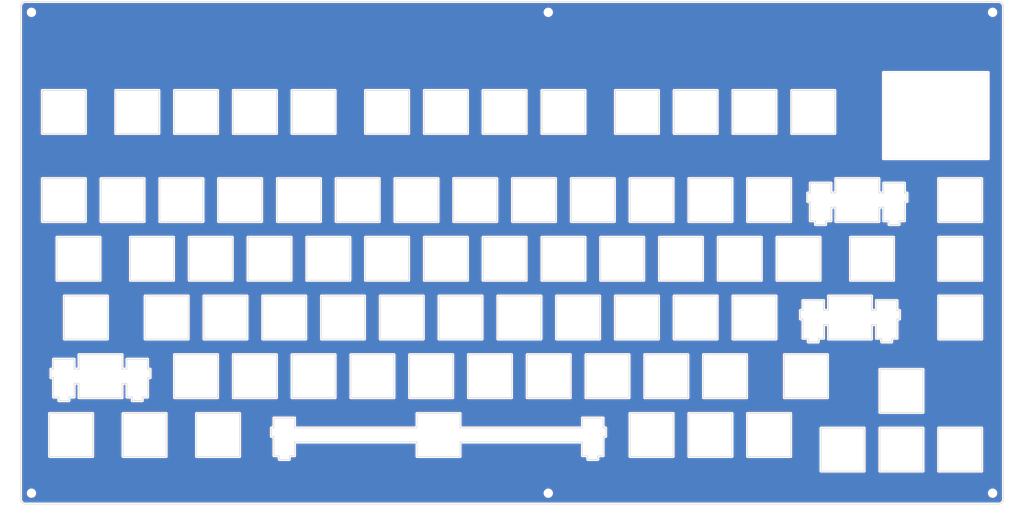
<source format=kicad_pcb>
(kicad_pcb (version 20241229) (generator "pcbnew") (generator_version "9.0")
  (layers (0 "F.Cu" signal) (2 "B.Cu" signal) (13 "F.Paste" user) (15 "B.Paste" user) (5 "F.SilkS" user "F.Silkscreen") (7 "B.SilkS" user "B.Silkscreen") (1 "F.Mask" user) (3 "B.Mask" user) (25 "Edge.Cuts" user))
  (net 0 "")
  (footprint "MountingHole:MountingHole_2.7mm_M2.5" (layer "F.Cu") (at 779.3 179.2)
    (property "Reference" "REF**" (hide yes))
    (property "Value" "MountingHole_2.7mm_M2.5")
    (pad "" np_thru_hole circle (at 0 0) (size 2.7 2.7) (drill 2.7) (layers "*.Cu" "*.Mask"))
  )
  (footprint "MountingHole:MountingHole_2.7mm_M2.5" (layer "F.Cu") (at 467.8 335.2)
    (property "Reference" "REF**" (hide yes))
    (property "Value" "MountingHole_2.7mm_M2.5")
    (pad "" np_thru_hole circle (at 0 0) (size 2.7 2.7) (drill 2.7) (layers "*.Cu" "*.Mask"))
  )
  (footprint "MountingHole:MountingHole_2.7mm_M2.5" (layer "F.Cu") (at 779.3 335.2)
    (property "Reference" "REF**" (hide yes))
    (property "Value" "MountingHole_2.7mm_M2.5")
    (pad "" np_thru_hole circle (at 0 0) (size 2.7 2.7) (drill 2.7) (layers "*.Cu" "*.Mask"))
  )
  (footprint "MountingHole:MountingHole_2.7mm_M2.5" (layer "F.Cu") (at 635.3 335.2)
    (property "Reference" "REF**" (hide yes))
    (property "Value" "MountingHole_2.7mm_M2.5")
    (pad "" np_thru_hole circle (at 0 0) (size 2.7 2.7) (drill 2.7) (layers "*.Cu" "*.Mask"))
  )
  (footprint "MountingHole:MountingHole_2.7mm_M2.5" (layer "F.Cu") (at 635.3 179.2)
    (property "Reference" "REF**" (hide yes))
    (property "Value" "MountingHole_2.7mm_M2.5")
    (pad "" np_thru_hole circle (at 0 0) (size 2.7 2.7) (drill 2.7) (layers "*.Cu" "*.Mask"))
  )
  (footprint "MountingHole:MountingHole_2.7mm_M2.5" (layer "F.Cu") (at 467.8 179.2)
    (property "Reference" "REF**" (hide yes))
    (property "Value" "MountingHole_2.7mm_M2.5")
    (pad "" np_thru_hole circle (at 0 0) (size 2.7 2.7) (drill 2.7) (layers "*.Cu" "*.Mask"))
  )
  (gr_line (start 775.80015 247.1003) (end 761.80015 247.1003) (stroke (width 0.2)) (layer "Edge.Cuts"))
  (gr_line (start 533.20035 218.525) (end 533.20035 204.526) (stroke (width 0.2)) (layer "Edge.Cuts"))
  (gr_line (start 671.31315 252.1511) (end 685.31215 252.1511) (stroke (width 0.2)) (layer "Edge.Cuts"))
  (gr_line (start 497.48015 323.30048) (end 497.48015 309.301) (stroke (width 0.2)) (layer "Edge.Cuts"))
  (gr_line (start 745.71315 248.0705) (end 749.01215 248.0705) (stroke (width 0.2)) (layer "Edge.Cuts"))
  (gr_line (start 479.94325 304.0203) (end 481.66855 304.0203) (stroke (width 0.2)) (layer "Edge.Cuts"))
  (gr_line (start 775.80015 314.0635) (end 775.80015 328.06297) (stroke (width 0.2)) (layer "Edge.Cuts"))
  (gr_line (start 749.01215 246.8703) (end 750.73715 246.8703) (stroke (width 0.2)) (layer "Edge.Cuts"))
  (gr_line (start 547.48785 247.1003) (end 547.48785 233.1011) (stroke (width 0.2)) (layer "Edge.Cuts"))
  (gr_line (start 561.48715 247.1003) (end 547.48785 247.1003) (stroke (width 0.2)) (layer "Edge.Cuts"))
  (gr_line (start 623.68815 233.1011) (end 637.68715 233.1011) (stroke (width 0.2)) (layer "Edge.Cuts"))
  (gr_line (start 471.2878 233.1011) (end 485.28735 233.1011) (stroke (width 0.2)) (layer "Edge.Cuts"))
  (gr_arc (start 464.3 177.2) (mid 464.73934 176.13934) (end 465.8 175.7) (stroke (width 0.2)) (layer "Edge.Cuts"))
  (gr_line (start 471.2878 204.526) (end 485.28735 204.526) (stroke (width 0.2)) (layer "Edge.Cuts"))
  (gr_line (start 699.88815 247.1003) (end 699.88815 233.1011) (stroke (width 0.2)) (layer "Edge.Cuts"))
  (gr_line (start 498.71905 291.7214) (end 498.71905 294.9515) (stroke (width 0.2)) (layer "Edge.Cuts"))
  (gr_line (start 523.38715 233.1011) (end 523.38715 247.1003) (stroke (width 0.2)) (layer "Edge.Cuts"))
  (gr_line (start 646.35515 314.0015) (end 606.73115 314.0015) (stroke (width 0.2)) (layer "Edge.Cuts"))
  (gr_line (start 728.17515 204.526) (end 728.17515 218.525) (stroke (width 0.2)) (layer "Edge.Cuts"))
  (gr_line (start 751.56315 237.8015) (end 750.73715 237.8015) (stroke (width 0.2)) (layer "Edge.Cuts"))
  (gr_line (start 742.46215 247.1003) (end 742.46215 242.4013) (stroke (width 0.2)) (layer "Edge.Cuts"))
  (gr_line (start 609.11215 204.526) (end 609.11215 218.525) (stroke (width 0.2)) (layer "Edge.Cuts"))
  (gr_line (start 685.31215 252.1511) (end 685.31215 266.1503) (stroke (width 0.2)) (layer "Edge.Cuts"))
  (gr_line (start 680.83815 247.1003) (end 680.83815 233.1011) (stroke (width 0.2)) (layer "Edge.Cuts"))
  (gr_line (start 717.80515 275.9015) (end 716.98115 275.9015) (stroke (width 0.2)) (layer "Edge.Cuts"))
  (gr_line (start 695.12515 285.2003) (end 695.12515 271.2011) (stroke (width 0.2)) (layer "Edge.Cuts"))
  (gr_line (start 571.01215 266.1503) (end 557.01285 266.1503) (stroke (width 0.2)) (layer "Edge.Cuts"))
  (gr_line (start 604.63815 247.1003) (end 604.63815 233.1011) (stroke (width 0.2)) (layer "Edge.Cuts"))
  (gr_line (start 657.02515 218.525) (end 657.02515 204.526) (stroke (width 0.2)) (layer "Edge.Cuts"))
  (gr_line (start 694.83715 323.30048) (end 680.83815 323.30048) (stroke (width 0.2)) (layer "Edge.Cuts"))
  (gr_line (start 721.91115 248.0705) (end 725.21215 248.0705) (stroke (width 0.2)) (layer "Edge.Cuts"))
  (gr_line (start 595.11315 204.526) (end 609.11215 204.526) (stroke (width 0.2)) (layer "Edge.Cuts"))
  (gr_line (start 761.80015 285.2003) (end 761.80015 271.2011) (stroke (width 0.2)) (layer "Edge.Cuts"))
  (gr_line (start 777.9 226.7) (end 777.9 198.7) (stroke (width 0.05)) (layer "Edge.Cuts"))
  (gr_line (start 699.60015 290.2511) (end 699.60015 304.2505) (stroke (width 0.2)) (layer "Edge.Cuts"))
  (gr_line (start 726.08015 285.2003) (end 740.08115 285.2003) (stroke (width 0.2)) (layer "Edge.Cuts"))
  (gr_line (start 485.28735 218.525) (end 471.2878 218.525) (stroke (width 0.2)) (layer "Edge.Cuts"))
  (gr_line (start 471.2878 247.1003) (end 471.2878 233.1011) (stroke (width 0.2)) (layer "Edge.Cuts"))
  (gr_line (start 542.43715 247.1003) (end 528.43785 247.1003) (stroke (width 0.2)) (layer "Edge.Cuts"))
  (gr_line (start 528.43785 247.1003) (end 528.43785 233.1011) (stroke (width 0.2)) (layer "Edge.Cuts"))
  (gr_line (start 514.15035 204.526) (end 528.14965 204.526) (stroke (width 0.2)) (layer "Edge.Cuts"))
  (gr_line (start 503.74335 304.0203) (end 505.46855 304.0203) (stroke (width 0.2)) (layer "Edge.Cuts"))
  (gr_line (start 661.50015 304.2505) (end 647.50015 304.2505) (stroke (width 0.2)) (layer "Edge.Cuts"))
  (gr_line (start 514.15035 290.2511) (end 528.14965 290.2511) (stroke (width 0.2)) (layer "Edge.Cuts"))
  (gr_line (start 720.18815 240.6004) (end 720.18815 246.8703) (stroke (width 0.2)) (layer "Edge.Cuts"))
  (gr_line (start 666.26215 266.1503) (end 652.26315 266.1503) (stroke (width 0.2)) (layer "Edge.Cuts"))
  (gr_line (start 497.19355 290.2511) (end 483.19405 290.2511) (stroke (width 0.2)) (layer "Edge.Cuts"))
  (gr_line (start 725.21215 248.0705) (end 725.21215 246.8703) (stroke (width 0.2)) (layer "Edge.Cuts"))
  (gr_line (start 716.98115 275.9015) (end 716.98115 278.7004) (stroke (width 0.2)) (layer "Edge.Cuts"))
  (gr_line (start 471.2878 218.525) (end 471.2878 204.526) (stroke (width 0.2)) (layer "Edge.Cuts"))
  (gr_line (start 606.73115 318.6014) (end 646.35515 318.6014) (stroke (width 0.2)) (layer "Edge.Cuts"))
  (gr_line (start 717.80515 272.6714) (end 717.80515 275.9015) (stroke (width 0.2)) (layer "Edge.Cuts"))
  (gr_line (start 599.87515 271.2011) (end 613.87515 271.2011) (stroke (width 0.2)) (layer "Edge.Cuts"))
  (gr_line (start 521.29415 309.301) (end 535.29345 309.301) (stroke (width 0.2)) (layer "Edge.Cuts"))
  (gr_line (start 497.19355 299.5514) (end 498.71905 299.5514) (stroke (width 0.2)) (layer "Edge.Cuts"))
  (gr_line (start 523.67535 285.2003) (end 523.67535 271.2011) (stroke (width 0.2)) (layer "Edge.Cuts"))
  (gr_line (start 633.21315 252.1511) (end 647.21215 252.1511) (stroke (width 0.2)) (layer "Edge.Cuts"))
  (gr_line (start 685.60015 304.2505) (end 685.60015 290.2511) (stroke (width 0.2)) (layer "Edge.Cuts"))
  (gr_line (start 726.93715 246.8703) (end 726.93715 242.4013) (stroke (width 0.2)) (layer "Edge.Cuts"))
  (gr_line (start 653.10615 314.0015) (end 653.10615 310.7713) (stroke (width 0.2)) (layer "Edge.Cuts"))
  (gr_line (start 733.22515 252.1511) (end 747.22515 252.1511) (stroke (width 0.2)) (layer "Edge.Cuts"))
  (gr_line (start 613.87515 285.2003) (end 599.87515 285.2003) (stroke (width 0.2)) (layer "Edge.Cuts"))
  (gr_line (start 551.96215 266.1503) (end 537.96285 266.1503) (stroke (width 0.2)) (layer "Edge.Cuts"))
  (gr_line (start 566.24965 290.2511) (end 566.24965 304.2505) (stroke (width 0.2)) (layer "Edge.Cuts"))
  (gr_arc (start 465.8 338.7) (mid 464.73934 338.26066) (end 464.3 337.2) (stroke (width 0.2)) (layer "Edge.Cuts"))
  (gr_line (start 533.20035 204.526) (end 547.19965 204.526) (stroke (width 0.2)) (layer "Edge.Cuts"))
  (gr_line (start 498.71905 294.9515) (end 497.19355 294.9515) (stroke (width 0.2)) (layer "Edge.Cuts"))
  (gr_line (start 690.07515 271.2011) (end 690.07515 285.2003) (stroke (width 0.2)) (layer "Edge.Cuts"))
  (gr_line (start 737.70015 314.0635) (end 737.70015 328.06297) (stroke (width 0.2)) (layer "Edge.Cuts"))
  (gr_line (start 637.68715 233.1011) (end 637.68715 247.1003) (stroke (width 0.2)) (layer "Edge.Cuts"))
  (gr_line (start 566.53645 233.1011) (end 580.53715 233.1011) (stroke (width 0.2)) (layer "Edge.Cuts"))
  (gr_line (start 652.26315 252.1511) (end 666.26215 252.1511) (stroke (width 0.2)) (layer "Edge.Cuts"))
  (gr_line (start 671.02515 218.525) (end 657.02515 218.525) (stroke (width 0.2)) (layer "Edge.Cuts"))
  (gr_line (start 561.48715 233.1011) (end 561.48715 247.1003) (stroke (width 0.2)) (layer "Edge.Cuts"))
  (gr_line (start 651.38115 323.07033) (end 653.10615 323.07033) (stroke (width 0.2)) (layer "Edge.Cuts"))
  (gr_line (start 699.60015 304.2505) (end 685.60015 304.2505) (stroke (width 0.2)) (layer "Edge.Cuts"))
  (gr_line (start 592.73015 323.30048) (end 606.73115 323.30048) (stroke (width 0.2)) (layer "Edge.Cuts"))
  (gr_line (start 537.96285 266.1503) (end 537.96285 252.1511) (stroke (width 0.2)) (layer "Edge.Cuts"))
  (gr_line (start 618.63715 233.1011) (end 618.63715 247.1003) (stroke (width 0.2)) (layer "Edge.Cuts"))
  (gr_line (start 495.10035 204.526) (end 509.09965 204.526) (stroke (width 0.2)) (layer "Edge.Cuts"))
  (gr_line (start 719.36215 237.8015) (end 719.36215 240.6004) (stroke (width 0.2)) (layer "Edge.Cuts"))
  (gr_line (start 609.11215 266.1503) (end 595.11315 266.1503) (stroke (width 0.2)) (layer "Edge.Cuts"))
  (gr_line (start 606.73115 314.0015) (end 606.73115 309.301) (stroke (width 0.2)) (layer "Edge.Cuts"))
  (gr_line (start 695.12515 204.526) (end 709.12515 204.526) (stroke (width 0.2)) (layer "Edge.Cuts"))
  (gr_line (start 495.10035 218.525) (end 495.10035 204.526) (stroke (width 0.2)) (layer "Edge.Cuts"))
  (gr_line (start 518.62465 285.2003) (end 504.62535 285.2003) (stroke (width 0.2)) (layer "Edge.Cuts"))
  (gr_line (start 576.06315 252.1511) (end 590.06215 252.1511) (stroke (width 0.2)) (layer "Edge.Cuts"))
  (gr_line (start 509.09965 218.525) (end 495.10035 218.525) (stroke (width 0.2)) (layer "Edge.Cuts"))
  (gr_line (start 609.40015 304.2505) (end 609.40015 290.2511) (stroke (width 0.2)) (layer "Edge.Cuts"))
  (gr_line (start 483.19405 299.5514) (end 483.19405 304.2505) (stroke (width 0.2)) (layer "Edge.Cuts"))
  (gr_line (start 704.36215 266.1503) (end 690.36315 266.1503) (stroke (width 0.2)) (layer "Edge.Cuts"))
  (gr_line (start 551.38075 324.27062) (end 551.38075 323.07033) (stroke (width 0.2)) (layer "Edge.Cuts"))
  (gr_line (start 633.21315 204.526) (end 647.21215 204.526) (stroke (width 0.2)) (layer "Edge.Cuts"))
  (gr_line (start 613.87515 271.2011) (end 613.87515 285.2003) (stroke (width 0.2)) (layer "Edge.Cuts"))
  (gr_line (start 553.10625 318.6014) (end 592.73015 318.6014) (stroke (width 0.2)) (layer "Edge.Cuts"))
  (gr_line (start 481.66855 294.9515) (end 481.66855 291.7214) (stroke (width 0.2)) (layer "Edge.Cuts"))
  (gr_line (start 546.35515 316.8003) (end 546.35515 323.07033) (stroke (width 0.2)) (layer "Edge.Cuts"))
  (gr_line (start 719.53015 286.1705) (end 722.82915 286.1705) (stroke (width 0.2)) (layer "Edge.Cuts"))
  (gr_line (start 657.02515 204.526) (end 671.02515 204.526) (stroke (width 0.2)) (layer "Edge.Cuts"))
  (gr_line (start 490.33785 233.1011) (end 504.33715 233.1011) (stroke (width 0.2)) (layer "Edge.Cuts"))
  (gr_line (start 592.73015 318.6014) (end 592.73015 323.30048) (stroke (width 0.2)) (layer "Edge.Cuts"))
  (gr_line (start 590.06215 252.1511) (end 590.06215 266.1503) (stroke (width 0.2)) (layer "Edge.Cuts"))
  (gr_line (start 724.55615 275.9015) (end 724.55615 272.6714) (stroke (width 0.2)) (layer "Edge.Cuts"))
  (gr_line (start 728.46315 237.8015) (end 726.93715 237.8015) (stroke (width 0.2)) (layer "Edge.Cuts"))
  (gr_line (start 474.91895 304.0203) (end 476.64424 304.0203) (stroke (width 0.2)) (layer "Edge.Cuts"))
  (gr_line (start 726.08015 271.2011) (end 726.08015 275.9015) (stroke (width 0.2)) (layer "Edge.Cuts"))
  (gr_line (start 474.09348 297.7503) (end 474.91895 297.7503) (stroke (width 0.2)) (layer "Edge.Cuts"))
  (gr_line (start 523.38715 247.1003) (end 509.38785 247.1003) (stroke (width 0.2)) (layer "Edge.Cuts"))
  (gr_line (start 675.78715 247.1003) (end 661.78815 247.1003) (stroke (width 0.2)) (layer "Edge.Cuts"))
  (gr_line (start 511.48095 309.301) (end 511.48095 323.30048) (stroke (width 0.2)) (layer "Edge.Cuts"))
  (gr_line (start 652.26315 266.1503) (end 652.26315 252.1511) (stroke (width 0.2)) (layer "Edge.Cuts"))
  (gr_line (start 699.88815 323.30048) (end 699.88815 309.301) (stroke (width 0.2)) (layer "Edge.Cuts"))
  (gr_line (start 709.12515 285.2003) (end 695.12515 285.2003) (stroke (width 0.2)) (layer "Edge.Cuts"))
  (gr_line (start 724.55615 280.5013) (end 726.08015 280.5013) (stroke (width 0.2)) (layer "Edge.Cuts"))
  (gr_line (start 606.73115 309.301) (end 592.73015 309.301) (stroke (width 0.2)) (layer "Edge.Cuts"))
  (gr_line (start 571.30015 304.2505) (end 571.30015 290.2511) (stroke (width 0.2)) (layer "Edge.Cuts"))
  (gr_line (start 750.73715 237.8015) (end 750.73715 234.5714) (stroke (width 0.2)) (layer "Edge.Cuts"))
  (gr_line (start 576.06315 218.525) (end 576.06315 204.526) (stroke (width 0.2)) (layer "Edge.Cuts"))
  (gr_line (start 711.79415 304.2505) (end 711.79415 290.2511) (stroke (width 0.2)) (layer "Edge.Cuts"))
  (gr_line (start 709.12515 271.2011) (end 709.12515 285.2003) (stroke (width 0.2)) (layer "Edge.Cuts"))
  (gr_line (start 745.71315 246.8703) (end 745.71315 248.0705) (stroke (width 0.2)) (layer "Edge.Cuts"))
  (gr_line (start 476.64424 305.2206) (end 479.94325 305.2206) (stroke (width 0.2)) (layer "Edge.Cuts"))
  (gr_line (start 723.41215 252.1511) (end 723.41215 266.1503) (stroke (width 0.2)) (layer "Edge.Cuts"))
  (gr_line (start 714.17515 218.525) (end 714.17515 204.526) (stroke (width 0.2)) (layer "Edge.Cuts"))
  (gr_line (start 497.19355 294.9515) (end 497.19355 290.2511) (stroke (width 0.2)) (layer "Edge.Cuts"))
  (gr_line (start 585.58615 247.1003) (end 585.58615 233.1011) (stroke (width 0.2)) (layer "Edge.Cuts"))
  (gr_line (start 748.35615 278.7004) (end 749.18015 278.7004) (stroke (width 0.2)) (layer "Edge.Cuts"))
  (gr_line (start 511.48095 323.30048) (end 497.48015 323.30048) (stroke (width 0.2)) (layer "Edge.Cuts"))
  (gr_line (start 756.75015 309.013) (end 742.75015 309.013) (stroke (width 0.2)) (layer "Edge.Cuts"))
  (gr_line (start 580.53715 233.1011) (end 580.53715 247.1003) (stroke (width 0.2)) (layer "Edge.Cuts"))
  (gr_line (start 566.24965 204.526) (end 566.24965 218.525) (stroke (width 0.2)) (layer "Edge.Cuts"))
  (gr_line (start 533.20035 304.2505) (end 533.20035 290.2511) (stroke (width 0.2)) (layer "Edge.Cuts"))
  (gr_line (start 476.05031 266.1503) (end 476.05031 252.1511) (stroke (width 0.2)) (layer "Edge.Cuts"))
  (gr_line (start 694.83715 309.301) (end 694.83715 323.30048) (stroke (width 0.2)) (layer "Edge.Cuts"))
  (gr_line (start 604.63815 233.1011) (end 618.63715 233.1011) (stroke (width 0.2)) (layer "Edge.Cuts"))
  (gr_line (start 528.14965 218.525) (end 514.15035 218.525) (stroke (width 0.2)) (layer "Edge.Cuts"))
  (gr_line (start 647.21215 266.1503) (end 633.21315 266.1503) (stroke (width 0.2)) (layer "Edge.Cuts"))
  (gr_line (start 547.19965 304.2505) (end 533.20035 304.2505) (stroke (width 0.2)) (layer "Edge.Cuts"))
  (gr_line (start 741.60515 275.9015) (end 740.08115 275.9015) (stroke (width 0.2)) (layer "Edge.Cuts"))
  (gr_line (start 747.22515 266.1503) (end 733.22515 266.1503) (stroke (width 0.2)) (layer "Edge.Cuts"))
  (gr_line (start 609.40015 290.2511) (end 623.40015 290.2511) (stroke (width 0.2)) (layer "Edge.Cuts"))
  (gr_line (start 690.36315 266.1503) (end 690.36315 252.1511) (stroke (width 0.2)) (layer "Edge.Cuts"))
  (gr_line (start 725.79315 290.2511) (end 725.79315 304.2505) (stroke (width 0.2)) (layer "Edge.Cuts"))
  (gr_line (start 599.58715 247.1003) (end 585.58615 247.1003) (stroke (width 0.2)) (layer "Edge.Cuts"))
  (gr_line (start 746.63115 284.9703) (end 748.35615 284.9703) (stroke (width 0.2)) (layer "Edge.Cuts"))
  (gr_line (start 742.75015 314.0635) (end 756.75015 314.0635) (stroke (width 0.2)) (layer "Edge.Cuts"))
  (gr_line (start 552.25035 204.526) (end 566.24965 204.526) (stroke (width 0.2)) (layer "Edge.Cuts"))
  (gr_line (start 653.93015 314.0015) (end 653.10615 314.0015) (stroke (width 0.2)) (layer "Edge.Cuts"))
  (gr_line (start 590.06215 204.526) (end 590.06215 218.525) (stroke (width 0.2)) (layer "Edge.Cuts"))
  (gr_line (start 483.19405 290.2511) (end 483.19405 294.9515) (stroke (width 0.2)) (layer "Edge.Cuts"))
  (gr_line (start 694.83715 247.1003) (end 680.83815 247.1003) (stroke (width 0.2)) (layer "Edge.Cuts"))
  (gr_line (start 743.33015 286.1705) (end 746.63115 286.1705) (stroke (width 0.2)) (layer "Edge.Cuts"))
  (gr_line (start 653.10615 310.7713) (end 646.35515 310.7713) (stroke (width 0.2)) (layer "Edge.Cuts"))
  (gr_line (start 556.72465 271.2011) (end 556.72465 285.2003) (stroke (width 0.2)) (layer "Edge.Cuts"))
  (gr_line (start 487.66855 323.30048) (end 473.66906 323.30048) (stroke (width 0.2)) (layer "Edge.Cuts"))
  (gr_line (start 590.06215 218.525) (end 576.06315 218.525) (stroke (width 0.2)) (layer "Edge.Cuts"))
  (gr_line (start 726.93715 234.5714) (end 720.18815 234.5714) (stroke (width 0.2)) (layer "Edge.Cuts"))
  (gr_line (start 557.01285 252.1511) (end 571.01215 252.1511) (stroke (width 0.2)) (layer "Edge.Cuts"))
  (gr_line (start 595.11315 252.1511) (end 609.11215 252.1511) (stroke (width 0.2)) (layer "Edge.Cuts"))
  (gr_line (start 490.33785 247.1003) (end 490.33785 233.1011) (stroke (width 0.2)) (layer "Edge.Cuts"))
  (gr_line (start 642.45015 290.2511) (end 642.45015 304.2505) (stroke (width 0.2)) (layer "Edge.Cuts"))
  (gr_line (start 657.02515 271.2011) (end 671.02515 271.2011) (stroke (width 0.2)) (layer "Edge.Cuts"))
  (gr_line (start 552.25035 304.2505) (end 552.25035 290.2511) (stroke (width 0.2)) (layer "Edge.Cuts"))
  (gr_line (start 633.21315 218.525) (end 633.21315 204.526) (stroke (width 0.2)) (layer "Edge.Cuts"))
  (gr_line (start 671.31315 266.1503) (end 671.31315 252.1511) (stroke (width 0.2)) (layer "Edge.Cuts"))
  (gr_line (start 618.63715 247.1003) (end 604.63815 247.1003) (stroke (width 0.2)) (layer "Edge.Cuts"))
  (gr_line (start 499.86285 252.1511) (end 513.86215 252.1511) (stroke (width 0.2)) (layer "Edge.Cuts"))
  (gr_line (start 537.96285 252.1511) (end 551.96215 252.1511) (stroke (width 0.2)) (layer "Edge.Cuts"))
  (gr_line (start 642.73815 233.1011) (end 656.73715 233.1011) (stroke (width 0.2)) (layer "Edge.Cuts"))
  (gr_line (start 726.08015 275.9015) (end 724.55615 275.9015) (stroke (width 0.2)) (layer "Edge.Cuts"))
  (gr_line (start 547.19965 218.525) (end 533.20035 218.525) (stroke (width 0.2)) (layer "Edge.Cuts"))
  (gr_line (start 747.22515 252.1511) (end 747.22515 266.1503) (stroke (width 0.2)) (layer "Edge.Cuts"))
  (gr_line (start 628.45015 304.2505) (end 628.45015 290.2511) (stroke (width 0.2)) (layer "Edge.Cuts"))
  (gr_line (start 642.73815 247.1003) (end 642.73815 233.1011) (stroke (width 0.2)) (layer "Edge.Cuts"))
  (gr_line (start 685.60015 290.2511) (end 699.60015 290.2511) (stroke (width 0.2)) (layer "Edge.Cuts"))
  (gr_line (start 556.72465 285.2003) (end 542.72535 285.2003) (stroke (width 0.2)) (layer "Edge.Cuts"))
  (gr_line (start 485.28735 233.1011) (end 485.28735 247.1003) (stroke (width 0.2)) (layer "Edge.Cuts"))
  (gr_line (start 725.21215 246.8703) (end 726.93715 246.8703) (stroke (width 0.2)) (layer "Edge.Cuts"))
  (gr_line (start 775.80015 266.1503) (end 761.80015 266.1503) (stroke (width 0.2)) (layer "Edge.Cuts"))
  (gr_line (start 728.46315 242.4013) (end 728.46315 247.1003) (stroke (width 0.2)) (layer "Edge.Cuts"))
  (gr_line (start 690.07515 204.526) (end 690.07515 218.525) (stroke (width 0.2)) (layer "Edge.Cuts"))
  (gr_line (start 742.46215 233.1011) (end 728.46315 233.1011) (stroke (width 0.2)) (layer "Edge.Cuts"))
  (gr_line (start 695.12515 271.2011) (end 709.12515 271.2011) (stroke (width 0.2)) (layer "Edge.Cuts"))
  (gr_line (start 749.18015 278.7004) (end 749.18015 275.9015) (stroke (width 0.2)) (layer "Edge.Cuts"))
  (gr_line (start 599.58715 233.1011) (end 599.58715 247.1003) (stroke (width 0.2)) (layer "Edge.Cuts"))
  (gr_line (start 661.78815 323.30048) (end 661.78815 309.301) (stroke (width 0.2)) (layer "Edge.Cuts"))
  (gr_line (start 717.80515 278.7004) (end 717.80515 284.9703) (stroke (width 0.2)) (layer "Edge.Cuts"))
  (gr_line (start 676.07515 218.525) (end 676.07515 204.526) (stroke (width 0.2)) (layer "Edge.Cuts"))
  (gr_line (start 720.18815 234.5714) (end 720.18815 237.8015) (stroke (width 0.2)) (layer "Edge.Cuts"))
  (gr_line (start 761.80015 266.1503) (end 761.80015 252.1511) (stroke (width 0.2)) (layer "Edge.Cuts"))
  (gr_line (start 743.9 226.7) (end 777.9 226.7) (stroke (width 0.05)) (layer "Edge.Cuts"))
  (gr_line (start 505.46855 294.9515) (end 505.46855 291.7214) (stroke (width 0.2)) (layer "Edge.Cuts"))
  (gr_line (start 575.77515 285.2003) (end 561.77535 285.2003) (stroke (width 0.2)) (layer "Edge.Cuts"))
  (gr_line (start 546.35515 310.7713) (end 546.35515 314.0015) (stroke (width 0.2)) (layer "Edge.Cuts"))
  (gr_line (start 637.97515 285.2003) (end 637.97515 271.2011) (stroke (width 0.2)) (layer "Edge.Cuts"))
  (gr_line (start 675.78715 323.30048) (end 661.78815 323.30048) (stroke (width 0.2)) (layer "Edge.Cuts"))
  (gr_line (start 714.17515 204.526) (end 728.17515 204.526) (stroke (width 0.2)) (layer "Edge.Cuts"))
  (gr_line (start 675.78715 233.1011) (end 675.78715 247.1003) (stroke (width 0.2)) (layer "Edge.Cuts"))
  (gr_line (start 474.91895 291.7214) (end 474.91895 294.9515) (stroke (width 0.2)) (layer "Edge.Cuts"))
  (gr_line (start 716.98115 278.7004) (end 717.80515 278.7004) (stroke (width 0.2)) (layer "Edge.Cuts"))
  (gr_line (start 506.29405 294.9515) (end 505.46855 294.9515) (stroke (width 0.2)) (layer "Edge.Cuts"))
  (gr_line (start 497.19355 304.2505) (end 497.19355 299.5514) (stroke (width 0.2)) (layer "Edge.Cuts"))
  (gr_line (start 713.88715 233.1011) (end 713.88715 247.1003) (stroke (width 0.2)) (layer "Edge.Cuts"))
  (gr_arc (start 782.8 337.2) (mid 782.36066 338.26066) (end 781.3 338.7) (stroke (width 0.2)) (layer "Edge.Cuts"))
  (gr_line (start 528.14965 290.2511) (end 528.14965 304.2505) (stroke (width 0.2)) (layer "Edge.Cuts"))
  (gr_line (start 742.46215 242.4013) (end 743.98815 242.4013) (stroke (width 0.2)) (layer "Edge.Cuts"))
  (gr_line (start 575.77515 271.2011) (end 575.77515 285.2003) (stroke (width 0.2)) (layer "Edge.Cuts"))
  (gr_line (start 521.29415 323.30048) (end 521.29415 309.301) (stroke (width 0.2)) (layer "Edge.Cuts"))
  (gr_line (start 653.10615 316.8003) (end 653.93015 316.8003) (stroke (width 0.2)) (layer "Edge.Cuts"))
  (gr_line (start 775.80015 271.2011) (end 775.80015 285.2003) (stroke (width 0.2)) (layer "Edge.Cuts"))
  (gr_line (start 690.36315 252.1511) (end 704.36215 252.1511) (stroke (width 0.2)) (layer "Edge.Cuts"))
  (gr_line (start 623.40015 290.2511) (end 623.40015 304.2505) (stroke (width 0.2)) (layer "Edge.Cuts"))
  (gr_line (start 725.79315 304.2505) (end 711.79415 304.2505) (stroke (width 0.2)) (layer "Edge.Cuts"))
  (gr_line (start 733.22515 266.1503) (end 733.22515 252.1511) (stroke (width 0.2)) (layer "Edge.Cuts"))
  (gr_line (start 618.92515 285.2003) (end 618.92515 271.2011) (stroke (width 0.2)) (layer "Edge.Cuts"))
  (gr_line (start 709.12515 218.525) (end 695.12515 218.525) (stroke (width 0.2)) (layer "Edge.Cuts"))
  (gr_line (start 514.15035 304.2505) (end 514.15035 290.2511) (stroke (width 0.2)) (layer "Edge.Cuts"))
  (gr_line (start 498.71905 299.5514) (end 498.71905 304.0203) (stroke (width 0.2)) (layer "Edge.Cuts"))
  (gr_line (start 666.55015 290.2511) (end 680.55015 290.2511) (stroke (width 0.2)) (layer "Edge.Cuts"))
  (gr_line (start 481.66855 299.5514) (end 483.19405 299.5514) (stroke (width 0.2)) (layer "Edge.Cuts"))
  (gr_line (start 483.19405 294.9515) (end 481.66855 294.9515) (stroke (width 0.2)) (layer "Edge.Cuts"))
  (gr_line (start 542.43715 233.1011) (end 542.43715 247.1003) (stroke (width 0.2)) (layer "Edge.Cuts"))
  (gr_line (start 535.29345 323.30048) (end 521.29415 323.30048) (stroke (width 0.2)) (layer "Edge.Cuts"))
  (gr_line (start 761.80015 271.2011) (end 775.80015 271.2011) (stroke (width 0.2)) (layer "Edge.Cuts"))
  (gr_line (start 651.97515 285.2003) (end 637.97515 285.2003) (stroke (width 0.2)) (layer "Edge.Cuts"))
  (gr_line (start 542.72535 285.2003) (end 542.72535 271.2011) (stroke (width 0.2)) (layer "Edge.Cuts"))
  (gr_line (start 680.83815 309.301) (end 694.83715 309.301) (stroke (width 0.2)) (layer "Edge.Cuts"))
  (gr_line (start 721.91115 246.8703) (end 721.91115 248.0705) (stroke (width 0.2)) (layer "Edge.Cuts"))
  (gr_line (start 740.08115 285.2003) (end 740.08115 280.5013) (stroke (width 0.2)) (layer "Edge.Cuts"))
  (gr_line (start 722.82915 286.1705) (end 722.82915 284.9703) (stroke (width 0.2)) (layer "Edge.Cuts"))
  (gr_line (start 633.21315 266.1503) (end 633.21315 252.1511) (stroke (width 0.2)) (layer "Edge.Cuts"))
  (gr_line (start 737.70015 328.06297) (end 723.70015 328.06297) (stroke (width 0.2)) (layer "Edge.Cuts"))
  (gr_line (start 500.44295 304.0203) (end 500.44295 305.2206) (stroke (width 0.2)) (layer "Edge.Cuts"))
  (gr_line (start 528.14965 204.526) (end 528.14965 218.525) (stroke (width 0.2)) (layer "Edge.Cuts"))
  (gr_line (start 628.16215 204.526) (end 628.16215 218.525) (stroke (width 0.2)) (layer "Edge.Cuts"))
  (gr_line (start 576.06315 204.526) (end 590.06215 204.526) (stroke (width 0.2)) (layer "Edge.Cuts"))
  (gr_line (start 726.93715 242.4013) (end 728.46315 242.4013) (stroke (width 0.2)) (layer "Edge.Cuts"))
  (gr_line (start 566.24965 218.525) (end 552.25035 218.525) (stroke (width 0.2)) (layer "Edge.Cuts"))
  (gr_line (start 546.35515 323.07033) (end 548.08015 323.07033) (stroke (width 0.2)) (layer "Edge.Cuts"))
  (gr_line (start 676.07515 204.526) (end 690.07515 204.526) (stroke (width 0.2)) (layer "Edge.Cuts"))
  (gr_line (start 680.55015 304.2505) (end 666.55015 304.2505) (stroke (width 0.2)) (layer "Edge.Cuts"))
  (gr_line (start 756.75015 328.06297) (end 742.75015 328.06297) (stroke (width 0.2)) (layer "Edge.Cuts"))
  (gr_line (start 492.43105 271.2011) (end 492.43105 285.2003) (stroke (width 0.2)) (layer "Edge.Cuts"))
  (gr_line (start 580.82515 271.2011) (end 594.82515 271.2011) (stroke (width 0.2)) (layer "Edge.Cuts"))
  (gr_line (start 704.36215 252.1511) (end 704.36215 266.1503) (stroke (width 0.2)) (layer "Edge.Cuts"))
  (gr_line (start 690.07515 285.2003) (end 676.07515 285.2003) (stroke (width 0.2)) (layer "Edge.Cuts"))
  (gr_line (start 518.91285 266.1503) (end 518.91285 252.1511) (stroke (width 0.2)) (layer "Edge.Cuts"))
  (gr_line (start 483.19405 304.2505) (end 497.19355 304.2505) (stroke (width 0.2)) (layer "Edge.Cuts"))
  (gr_line (start 618.92515 271.2011) (end 632.92515 271.2011) (stroke (width 0.2)) (layer "Edge.Cuts"))
  (gr_line (start 476.05031 252.1511) (end 490.04985 252.1511) (stroke (width 0.2)) (layer "Edge.Cuts"))
  (gr_line (start 552.25035 290.2511) (end 566.24965 290.2511) (stroke (width 0.2)) (layer "Edge.Cuts"))
  (gr_line (start 553.10625 314.0015) (end 553.10625 310.7713) (stroke (width 0.2)) (layer "Edge.Cuts"))
  (gr_line (start 742.75015 309.013) (end 742.75015 295.0136) (stroke (width 0.2)) (layer "Edge.Cuts"))
  (gr_line (start 509.38785 233.1011) (end 523.38715 233.1011) (stroke (width 0.2)) (layer "Edge.Cuts"))
  (gr_line (start 476.64424 304.0203) (end 476.64424 305.2206) (stroke (width 0.2)) (layer "Edge.Cuts"))
  (gr_line (start 661.78815 247.1003) (end 661.78815 233.1011) (stroke (width 0.2)) (layer "Edge.Cuts"))
  (gr_line (start 653.93015 316.8003) (end 653.93015 314.0015) (stroke (width 0.2)) (layer "Edge.Cuts"))
  (gr_line (start 590.35015 290.2511) (end 604.35015 290.2511) (stroke (width 0.2)) (layer "Edge.Cuts"))
  (gr_line (start 509.09965 204.526) (end 509.09965 218.525) (stroke (width 0.2)) (layer "Edge.Cuts"))
  (gr_line (start 749.01215 248.0705) (end 749.01215 246.8703) (stroke (width 0.2)) (layer "Edge.Cuts"))
  (gr_line (start 653.10615 323.07033) (end 653.10615 316.8003) (stroke (width 0.2)) (layer "Edge.Cuts"))
  (gr_line (start 699.88815 233.1011) (end 713.88715 233.1011) (stroke (width 0.2)) (layer "Edge.Cuts"))
  (gr_line (start 497.48015 309.301) (end 511.48095 309.301) (stroke (width 0.2)) (layer "Edge.Cuts"))
  (gr_line (start 571.30015 290.2511) (end 585.30015 290.2511) (stroke (width 0.2)) (layer "Edge.Cuts"))
  (gr_line (start 553.10625 323.07033) (end 553.10625 318.6014) (stroke (width 0.2)) (layer "Edge.Cuts"))
  (gr_line (start 743.98815 246.8703) (end 745.71315 246.8703) (stroke (width 0.2)) (layer "Edge.Cuts"))
  (gr_line (start 580.82515 285.2003) (end 580.82515 271.2011) (stroke (width 0.2)) (layer "Edge.Cuts"))
  (gr_line (start 513.86215 252.1511) (end 513.86215 266.1503) (stroke (width 0.2)) (layer "Edge.Cuts"))
  (gr_line (start 492.43105 285.2003) (end 478.43018 285.2003) (stroke (width 0.2)) (layer "Edge.Cuts"))
  (gr_line (start 728.17515 218.525) (end 714.17515 218.525) (stroke (width 0.2)) (layer "Edge.Cuts"))
  (gr_line (start 474.91895 297.7503) (end 474.91895 304.0203) (stroke (width 0.2)) (layer "Edge.Cuts"))
  (gr_line (start 676.07515 285.2003) (end 676.07515 271.2011) (stroke (width 0.2)) (layer "Edge.Cuts"))
  (gr_line (start 623.68815 247.1003) (end 623.68815 233.1011) (stroke (width 0.2)) (layer "Edge.Cuts"))
  (gr_line (start 743.33015 284.9703) (end 743.33015 286.1705) (stroke (width 0.2)) (layer "Edge.Cuts"))
  (gr_line (start 499.86285 266.1503) (end 499.86285 252.1511) (stroke (width 0.2)) (layer "Edge.Cuts"))
  (gr_line (start 505.46855 304.0203) (end 505.46855 297.7503) (stroke (width 0.2)) (layer "Edge.Cuts"))
  (gr_line (start 661.78815 309.301) (end 675.78715 309.301) (stroke (width 0.2)) (layer "Edge.Cuts"))
  (gr_line (start 741.60515 280.5013) (end 741.60515 284.9703) (stroke (width 0.2)) (layer "Edge.Cuts"))
  (gr_line (start 623.40015 304.2505) (end 609.40015 304.2505) (stroke (width 0.2)) (layer "Edge.Cuts"))
  (gr_line (start 746.63115 286.1705) (end 746.63115 284.9703) (stroke (width 0.2)) (layer "Edge.Cuts"))
  (gr_line (start 485.28735 247.1003) (end 471.2878 247.1003) (stroke (width 0.2)) (layer "Edge.Cuts"))
  (gr_line (start 726.93715 237.8015) (end 726.93715 234.5714) (stroke (width 0.2)) (layer "Edge.Cuts"))
  (gr_line (start 717.80515 284.9703) (end 719.53015 284.9703) (stroke (width 0.2)) (layer "Edge.Cuts"))
  (gr_line (start 576.06315 266.1503) (end 576.06315 252.1511) (stroke (width 0.2)) (layer "Edge.Cuts"))
  (gr_line (start 742.75015 328.06297) (end 742.75015 314.0635) (stroke (width 0.2)) (layer "Edge.Cuts"))
  (gr_line (start 647.50015 290.2511) (end 661.50015 290.2511) (stroke (width 0.2)) (layer "Edge.Cuts"))
  (gr_line (start 604.35015 304.2505) (end 590.35015 304.2505) (stroke (width 0.2)) (layer "Edge.Cuts"))
  (gr_line (start 666.55015 304.2505) (end 666.55015 290.2511) (stroke (width 0.2)) (layer "Edge.Cuts"))
  (gr_line (start 646.35515 323.07033) (end 648.08015 323.07033) (stroke (width 0.2)) (layer "Edge.Cuts"))
  (gr_line (start 750.73715 240.6004) (end 751.56315 240.6004) (stroke (width 0.2)) (layer "Edge.Cuts"))
  (gr_line (start 676.07515 271.2011) (end 690.07515 271.2011) (stroke (width 0.2)) (layer "Edge.Cuts"))
  (gr_line (start 547.19965 290.2511) (end 547.19965 304.2505) (stroke (width 0.2)) (layer "Edge.Cuts"))
  (gr_line (start 547.48785 233.1011) (end 561.48715 233.1011) (stroke (width 0.2)) (layer "Edge.Cuts"))
  (gr_line (start 646.35515 310.7713) (end 646.35515 314.0015) (stroke (width 0.2)) (layer "Edge.Cuts"))
  (gr_line (start 740.08115 271.2011) (end 726.08015 271.2011) (stroke (width 0.2)) (layer "Edge.Cuts"))
  (gr_line (start 614.16315 266.1503) (end 614.16315 252.1511) (stroke (width 0.2)) (layer "Edge.Cuts"))
  (gr_line (start 651.97515 271.2011) (end 651.97515 285.2003) (stroke (width 0.2)) (layer "Edge.Cuts"))
  (gr_line (start 604.35015 290.2511) (end 604.35015 304.2505) (stroke (width 0.2)) (layer "Edge.Cuts"))
  (gr_line (start 642.45015 304.2505) (end 628.45015 304.2505) (stroke (width 0.2)) (layer "Edge.Cuts"))
  (gr_line (start 648.08015 323.07033) (end 648.08015 324.27062) (stroke (width 0.2)) (layer "Edge.Cuts"))
  (gr_line (start 740.08115 275.9015) (end 740.08115 271.2011) (stroke (width 0.2)) (layer "Edge.Cuts"))
  (gr_line (start 728.46315 247.1003) (end 742.46215 247.1003) (stroke (width 0.2)) (layer "Edge.Cuts"))
  (gr_line (start 743.98815 242.4013) (end 743.98815 246.8703) (stroke (width 0.2)) (layer "Edge.Cuts"))
  (gr_line (start 709.12515 204.526) (end 709.12515 218.525) (stroke (width 0.2)) (layer "Edge.Cuts"))
  (gr_line (start 775.80015 233.1011) (end 775.80015 247.1003) (stroke (width 0.2)) (layer "Edge.Cuts"))
  (gr_line (start 513.86215 266.1503) (end 499.86285 266.1503) (stroke (width 0.2)) (layer "Edge.Cuts"))
  (gr_line (start 628.16215 266.1503) (end 614.16315 266.1503) (stroke (width 0.2)) (layer "Edge.Cuts"))
  (gr_line (start 599.87515 285.2003) (end 599.87515 271.2011) (stroke (width 0.2)) (layer "Edge.Cuts"))
  (gr_line (start 552.25035 218.525) (end 552.25035 204.526) (stroke (width 0.2)) (layer "Edge.Cuts"))
  (gr_line (start 647.50015 304.2505) (end 647.50015 290.2511) (stroke (width 0.2)) (layer "Edge.Cuts"))
  (gr_line (start 614.16315 218.525) (end 614.16315 204.526) (stroke (width 0.2)) (layer "Edge.Cuts"))
  (gr_line (start 741.60515 272.6714) (end 741.60515 275.9015) (stroke (width 0.2)) (layer "Edge.Cuts"))
  (gr_line (start 592.73015 309.301) (end 592.73015 314.0015) (stroke (width 0.2)) (layer "Edge.Cuts"))
  (gr_line (start 504.33715 233.1011) (end 504.33715 247.1003) (stroke (width 0.2)) (layer "Edge.Cuts"))
  (gr_line (start 614.16315 252.1511) (end 628.16215 252.1511) (stroke (width 0.2)) (layer "Edge.Cuts"))
  (gr_line (start 503.74335 305.2206) (end 503.74335 304.0203) (stroke (width 0.2)) (layer "Edge.Cuts"))
  (gr_line (start 724.55615 284.9703) (end 724.55615 280.5013) (stroke (width 0.2)) (layer "Edge.Cuts"))
  (gr_line (start 506.29405 297.7503) (end 506.29405 294.9515) (stroke (width 0.2)) (layer "Edge.Cuts"))
  (gr_line (start 561.77535 271.2011) (end 575.77515 271.2011) (stroke (width 0.2)) (layer "Edge.Cuts"))
  (gr_line (start 504.62535 271.2011) (end 518.62465 271.2011) (stroke (width 0.2)) (layer "Edge.Cuts"))
  (gr_line (start 741.60515 284.9703) (end 743.33015 284.9703) (stroke (width 0.2)) (layer "Edge.Cuts"))
  (gr_line (start 464.3 337.2) (end 464.3 177.2) (stroke (width 0.2)) (layer "Edge.Cuts"))
  (gr_line (start 478.43018 271.2011) (end 492.43105 271.2011) (stroke (width 0.2)) (layer "Edge.Cuts"))
  (gr_line (start 680.55015 290.2511) (end 680.55015 304.2505) (stroke (width 0.2)) (layer "Edge.Cuts"))
  (gr_line (start 537.67465 285.2003) (end 523.67535 285.2003) (stroke (width 0.2)) (layer "Edge.Cuts"))
  (gr_line (start 761.80015 247.1003) (end 761.80015 233.1011) (stroke (width 0.2)) (layer "Edge.Cuts"))
  (gr_line (start 509.38785 247.1003) (end 509.38785 233.1011) (stroke (width 0.2)) (layer "Edge.Cuts"))
  (gr_line (start 748.35615 284.9703) (end 748.35615 278.7004) (stroke (width 0.2)) (layer "Edge.Cuts"))
  (gr_line (start 743.9 226.7) (end 743.9 198.7) (stroke (width 0.05)) (layer "Edge.Cuts"))
  (gr_line (start 632.92515 285.2003) (end 618.92515 285.2003) (stroke (width 0.2)) (layer "Edge.Cuts"))
  (gr_line (start 479.94325 305.2206) (end 479.94325 304.0203) (stroke (width 0.2)) (layer "Edge.Cuts"))
  (gr_line (start 561.77535 285.2003) (end 561.77535 271.2011) (stroke (width 0.2)) (layer "Edge.Cuts"))
  (gr_line (start 571.01215 252.1511) (end 571.01215 266.1503) (stroke (width 0.2)) (layer "Edge.Cuts"))
  (gr_line (start 553.10625 310.7713) (end 546.35515 310.7713) (stroke (width 0.2)) (layer "Edge.Cuts"))
  (gr_line (start 661.78815 233.1011) (end 675.78715 233.1011) (stroke (width 0.2)) (layer "Edge.Cuts"))
  (gr_line (start 713.88715 323.30048) (end 699.88815 323.30048) (stroke (width 0.2)) (layer "Edge.Cuts"))
  (gr_line (start 609.11215 252.1511) (end 609.11215 266.1503) (stroke (width 0.2)) (layer "Edge.Cuts"))
  (gr_line (start 580.53715 247.1003) (end 566.53645 247.1003) (stroke (width 0.2)) (layer "Edge.Cuts"))
  (gr_line (start 680.83815 323.30048) (end 680.83815 309.301) (stroke (width 0.2)) (layer "Edge.Cuts"))
  (gr_line (start 728.46315 233.1011) (end 728.46315 237.8015) (stroke (width 0.2)) (layer "Edge.Cuts"))
  (gr_line (start 723.70015 314.0635) (end 737.70015 314.0635) (stroke (width 0.2)) (layer "Edge.Cuts"))
  (gr_line (start 756.75015 295.0136) (end 756.75015 309.013) (stroke (width 0.2)) (layer "Edge.Cuts"))
  (gr_line (start 585.58615 233.1011) (end 599.58715 233.1011) (stroke (width 0.2)) (layer "Edge.Cuts"))
  (gr_line (start 651.38115 324.27062) (end 651.38115 323.07033) (stroke (width 0.2)) (layer "Edge.Cuts"))
  (gr_line (start 551.96215 252.1511) (end 551.96215 266.1503) (stroke (width 0.2)) (layer "Edge.Cuts"))
  (gr_line (start 505.46855 297.7503) (end 506.29405 297.7503) (stroke (width 0.2)) (layer "Edge.Cuts"))
  (gr_line (start 481.66855 291.7214) (end 474.91895 291.7214) (stroke (width 0.2)) (layer "Edge.Cuts"))
  (gr_line (start 545.53105 314.0015) (end 545.53105 316.8003) (stroke (width 0.2)) (layer "Edge.Cuts"))
  (gr_line (start 545.53105 316.8003) (end 546.35515 316.8003) (stroke (width 0.2)) (layer "Edge.Cuts"))
  (gr_line (start 781.3 338.7) (end 465.8 338.7) (stroke (width 0.2)) (layer "Edge.Cuts"))
  (gr_line (start 713.88715 247.1003) (end 699.88815 247.1003) (stroke (width 0.2)) (layer "Edge.Cuts"))
  (gr_line (start 671.02515 271.2011) (end 671.02515 285.2003) (stroke (width 0.2)) (layer "Edge.Cuts"))
  (gr_line (start 504.62535 285.2003) (end 504.62535 271.2011) (stroke (width 0.2)) (layer "Edge.Cuts"))
  (gr_line (start 726.08015 280.5013) (end 726.08015 285.2003) (stroke (width 0.2)) (layer "Edge.Cuts"))
  (gr_line (start 671.02515 285.2003) (end 657.02515 285.2003) (stroke (width 0.2)) (layer "Edge.Cuts"))
  (gr_line (start 594.82515 285.2003) (end 580.82515 285.2003) (stroke (width 0.2)) (layer "Edge.Cuts"))
  (gr_line (start 751.56315 240.6004) (end 751.56315 237.8015) (stroke (width 0.2)) (layer "Edge.Cuts"))
  (gr_line (start 743.9 198.7) (end 777.9 198.7) (stroke (width 0.05)) (layer "Edge.Cuts"))
  (gr_line (start 720.18815 237.8015) (end 719.36215 237.8015) (stroke (width 0.2)) (layer "Edge.Cuts"))
  (gr_line (start 523.67535 271.2011) (end 537.67465 271.2011) (stroke (width 0.2)) (layer "Edge.Cuts"))
  (gr_line (start 592.73015 314.0015) (end 553.10625 314.0015) (stroke (width 0.2)) (layer "Edge.Cuts"))
  (gr_line (start 750.73715 234.5714) (end 743.98815 234.5714) (stroke (width 0.2)) (layer "Edge.Cuts"))
  (gr_line (start 719.53015 284.9703) (end 719.53015 286.1705) (stroke (width 0.2)) (layer "Edge.Cuts"))
  (gr_line (start 533.20035 290.2511) (end 547.19965 290.2511) (stroke (width 0.2)) (layer "Edge.Cuts"))
  (gr_line (start 723.70015 328.06297) (end 723.70015 314.0635) (stroke (width 0.2)) (layer "Edge.Cuts"))
  (gr_line (start 722.82915 284.9703) (end 724.55615 284.9703) (stroke (width 0.2)) (layer "Edge.Cuts"))
  (gr_line (start 709.41315 252.1511) (end 723.41215 252.1511) (stroke (width 0.2)) (layer "Edge.Cuts"))
  (gr_line (start 505.46855 291.7214) (end 498.71905 291.7214) (stroke (width 0.2)) (layer "Edge.Cuts"))
  (gr_line (start 720.18815 246.8703) (end 721.91115 246.8703) (stroke (width 0.2)) (layer "Edge.Cuts"))
  (gr_line (start 756.75015 314.0635) (end 756.75015 328.06297) (stroke (width 0.2)) (layer "Edge.Cuts"))
  (gr_line (start 680.83815 233.1011) (end 694.83715 233.1011) (stroke (width 0.2)) (layer "Edge.Cuts"))
  (gr_line (start 478.43018 285.2003) (end 478.43018 271.2011) (stroke (width 0.2)) (layer "Edge.Cuts"))
  (gr_line (start 661.50015 290.2511) (end 661.50015 304.2505) (stroke (width 0.2)) (layer "Edge.Cuts"))
  (gr_line (start 666.26215 252.1511) (end 666.26215 266.1503) (stroke (width 0.2)) (layer "Edge.Cuts"))
  (gr_line (start 614.16315 204.526) (end 628.16215 204.526) (stroke (width 0.2)) (layer "Edge.Cuts"))
  (gr_line (start 761.80015 328.06297) (end 761.80015 314.0635) (stroke (width 0.2)) (layer "Edge.Cuts"))
  (gr_line (start 647.21215 204.526) (end 647.21215 218.525) (stroke (width 0.2)) (layer "Edge.Cuts"))
  (gr_line (start 690.07515 218.525) (end 676.07515 218.525) (stroke (width 0.2)) (layer "Edge.Cuts"))
  (gr_line (start 748.35615 275.9015) (end 748.35615 272.6714) (stroke (width 0.2)) (layer "Edge.Cuts"))
  (gr_line (start 518.62465 271.2011) (end 518.62465 285.2003) (stroke (width 0.2)) (layer "Edge.Cuts"))
  (gr_line (start 709.41315 266.1503) (end 709.41315 252.1511) (stroke (width 0.2)) (layer "Edge.Cuts"))
  (gr_line (start 740.08115 280.5013) (end 741.60515 280.5013) (stroke (width 0.2)) (layer "Edge.Cuts"))
  (gr_line (start 490.04985 252.1511) (end 490.04985 266.1503) (stroke (width 0.2)) (layer "Edge.Cuts"))
  (gr_line (start 711.79415 290.2511) (end 725.79315 290.2511) (stroke (width 0.2)) (layer "Edge.Cuts"))
  (gr_line (start 474.09348 294.9515) (end 474.09348 297.7503) (stroke (width 0.2)) (layer "Edge.Cuts"))
  (gr_line (start 566.53645 247.1003) (end 566.53645 233.1011) (stroke (width 0.2)) (layer "Edge.Cuts"))
  (gr_line (start 498.71905 304.0203) (end 500.44295 304.0203) (stroke (width 0.2)) (layer "Edge.Cuts"))
  (gr_line (start 743.98815 237.8015) (end 742.46215 237.8015) (stroke (width 0.2)) (layer "Edge.Cuts"))
  (gr_line (start 537.67465 271.2011) (end 537.67465 285.2003) (stroke (width 0.2)) (layer "Edge.Cuts"))
  (gr_line (start 518.91285 252.1511) (end 532.91215 252.1511) (stroke (width 0.2)) (layer "Edge.Cuts"))
  (gr_line (start 647.21215 218.525) (end 633.21315 218.525) (stroke (width 0.2)) (layer "Edge.Cuts"))
  (gr_line (start 761.80015 233.1011) (end 775.80015 233.1011) (stroke (width 0.2)) (layer "Edge.Cuts"))
  (gr_line (start 628.45015 290.2511) (end 642.45015 290.2511) (stroke (width 0.2)) (layer "Edge.Cuts"))
  (gr_line (start 485.28735 204.526) (end 485.28735 218.525) (stroke (width 0.2)) (layer "Edge.Cuts"))
  (gr_line (start 699.88815 309.301) (end 713.88715 309.301) (stroke (width 0.2)) (layer "Edge.Cuts"))
  (gr_line (start 628.16215 218.525) (end 614.16315 218.525) (stroke (width 0.2)) (layer "Edge.Cuts"))
  (gr_arc (start 781.3 175.7) (mid 782.36066 176.13934) (end 782.8 177.2) (stroke (width 0.2)) (layer "Edge.Cuts"))
  (gr_line (start 694.83715 233.1011) (end 694.83715 247.1003) (stroke (width 0.2)) (layer "Edge.Cuts"))
  (gr_line (start 647.21215 252.1511) (end 647.21215 266.1503) (stroke (width 0.2)) (layer "Edge.Cuts"))
  (gr_line (start 532.91215 266.1503) (end 518.91285 266.1503) (stroke (width 0.2)) (layer "Edge.Cuts"))
  (gr_line (start 547.19965 204.526) (end 547.19965 218.525) (stroke (width 0.2)) (layer "Edge.Cuts"))
  (gr_line (start 724.55615 272.6714) (end 717.80515 272.6714) (stroke (width 0.2)) (layer "Edge.Cuts"))
  (gr_line (start 637.68715 247.1003) (end 623.68815 247.1003) (stroke (width 0.2)) (layer "Edge.Cuts"))
  (gr_line (start 557.01285 266.1503) (end 557.01285 252.1511) (stroke (width 0.2)) (layer "Edge.Cuts"))
  (gr_line (start 748.35615 272.6714) (end 741.60515 272.6714) (stroke (width 0.2)) (layer "Edge.Cuts"))
  (gr_line (start 465.8 175.7) (end 781.3 175.7) (stroke (width 0.2)) (layer "Edge.Cuts"))
  (gr_line (start 742.46215 237.8015) (end 742.46215 233.1011) (stroke (width 0.2)) (layer "Edge.Cuts"))
  (gr_line (start 628.16215 252.1511) (end 628.16215 266.1503) (stroke (width 0.2)) (layer "Edge.Cuts"))
  (gr_line (start 637.97515 271.2011) (end 651.97515 271.2011) (stroke (width 0.2)) (layer "Edge.Cuts"))
  (gr_line (start 742.75015 295.0136) (end 756.75015 295.0136) (stroke (width 0.2)) (layer "Edge.Cuts"))
  (gr_line (start 528.14965 304.2505) (end 514.15035 304.2505) (stroke (width 0.2)) (layer "Edge.Cuts"))
  (gr_line (start 685.31215 266.1503) (end 671.31315 266.1503) (stroke (width 0.2)) (layer "Edge.Cuts"))
  (gr_line (start 632.92515 271.2011) (end 632.92515 285.2003) (stroke (width 0.2)) (layer "Edge.Cuts"))
  (gr_line (start 551.38075 323.07033) (end 553.10625 323.07033) (stroke (width 0.2)) (layer "Edge.Cuts"))
  (gr_line (start 590.06215 266.1503) (end 576.06315 266.1503) (stroke (width 0.2)) (layer "Edge.Cuts"))
  (gr_line (start 782.8 177.2) (end 782.8 337.2) (stroke (width 0.2)) (layer "Edge.Cuts"))
  (gr_line (start 713.88715 309.301) (end 713.88715 323.30048) (stroke (width 0.2)) (layer "Edge.Cuts"))
  (gr_line (start 490.04985 266.1503) (end 476.05031 266.1503) (stroke (width 0.2)) (layer "Edge.Cuts"))
  (gr_line (start 594.82515 271.2011) (end 594.82515 285.2003) (stroke (width 0.2)) (layer "Edge.Cuts"))
  (gr_line (start 566.24965 304.2505) (end 552.25035 304.2505) (stroke (width 0.2)) (layer "Edge.Cuts"))
  (gr_line (start 504.33715 247.1003) (end 490.33785 247.1003) (stroke (width 0.2)) (layer "Edge.Cuts"))
  (gr_line (start 648.08015 324.27062) (end 651.38115 324.27062) (stroke (width 0.2)) (layer "Edge.Cuts"))
  (gr_line (start 761.80015 314.0635) (end 775.80015 314.0635) (stroke (width 0.2)) (layer "Edge.Cuts"))
  (gr_line (start 695.12515 218.525) (end 695.12515 204.526) (stroke (width 0.2)) (layer "Edge.Cuts"))
  (gr_line (start 481.66855 304.0203) (end 481.66855 299.5514) (stroke (width 0.2)) (layer "Edge.Cuts"))
  (gr_line (start 761.80015 252.1511) (end 775.80015 252.1511) (stroke (width 0.2)) (layer "Edge.Cuts"))
  (gr_line (start 542.72535 271.2011) (end 556.72465 271.2011) (stroke (width 0.2)) (layer "Edge.Cuts"))
  (gr_line (start 487.66855 309.301) (end 487.66855 323.30048) (stroke (width 0.2)) (layer "Edge.Cuts"))
  (gr_line (start 723.41215 266.1503) (end 709.41315 266.1503) (stroke (width 0.2)) (layer "Edge.Cuts"))
  (gr_line (start 473.66906 309.301) (end 487.66855 309.301) (stroke (width 0.2)) (layer "Edge.Cuts"))
  (gr_line (start 775.80015 285.2003) (end 761.80015 285.2003) (stroke (width 0.2)) (layer "Edge.Cuts"))
  (gr_line (start 590.35015 304.2505) (end 590.35015 290.2511) (stroke (width 0.2)) (layer "Edge.Cuts"))
  (gr_line (start 749.18015 275.9015) (end 748.35615 275.9015) (stroke (width 0.2)) (layer "Edge.Cuts"))
  (gr_line (start 606.73115 323.30048) (end 606.73115 318.6014) (stroke (width 0.2)) (layer "Edge.Cuts"))
  (gr_line (start 775.80015 328.06297) (end 761.80015 328.06297) (stroke (width 0.2)) (layer "Edge.Cuts"))
  (gr_line (start 500.44295 305.2206) (end 503.74335 305.2206) (stroke (width 0.2)) (layer "Edge.Cuts"))
  (gr_line (start 657.02515 285.2003) (end 657.02515 271.2011) (stroke (width 0.2)) (layer "Edge.Cuts"))
  (gr_line (start 595.11315 266.1503) (end 595.11315 252.1511) (stroke (width 0.2)) (layer "Edge.Cuts"))
  (gr_line (start 656.73715 247.1003) (end 642.73815 247.1003) (stroke (width 0.2)) (layer "Edge.Cuts"))
  (gr_line (start 528.43785 233.1011) (end 542.43715 233.1011) (stroke (width 0.2)) (layer "Edge.Cuts"))
  (gr_line (start 595.11315 218.525) (end 595.11315 204.526) (stroke (width 0.2)) (layer "Edge.Cuts"))
  (gr_line (start 750.73715 246.8703) (end 750.73715 240.6004) (stroke (width 0.2)) (layer "Edge.Cuts"))
  (gr_line (start 671.02515 204.526) (end 671.02515 218.525) (stroke (width 0.2)) (layer "Edge.Cuts"))
  (gr_line (start 646.35515 318.6014) (end 646.35515 323.07033) (stroke (width 0.2)) (layer "Edge.Cuts"))
  (gr_line (start 535.29345 309.301) (end 535.29345 323.30048) (stroke (width 0.2)) (layer "Edge.Cuts"))
  (gr_line (start 743.98815 234.5714) (end 743.98815 237.8015) (stroke (width 0.2)) (layer "Edge.Cuts"))
  (gr_line (start 546.35515 314.0015) (end 545.53105 314.0015) (stroke (width 0.2)) (layer "Edge.Cuts"))
  (gr_line (start 775.80015 252.1511) (end 775.80015 266.1503) (stroke (width 0.2)) (layer "Edge.Cuts"))
  (gr_line (start 585.30015 304.2505) (end 571.30015 304.2505) (stroke (width 0.2)) (layer "Edge.Cuts"))
  (gr_line (start 514.15035 218.525) (end 514.15035 204.526) (stroke (width 0.2)) (layer "Edge.Cuts"))
  (gr_line (start 548.08015 324.27062) (end 551.38075 324.27062) (stroke (width 0.2)) (layer "Edge.Cuts"))
  (gr_line (start 473.66906 323.30048) (end 473.66906 309.301) (stroke (width 0.2)) (layer "Edge.Cuts"))
  (gr_line (start 474.91895 294.9515) (end 474.09348 294.9515) (stroke (width 0.2)) (layer "Edge.Cuts"))
  (gr_line (start 609.11215 218.525) (end 595.11315 218.525) (stroke (width 0.2)) (layer "Edge.Cuts"))
  (gr_line (start 719.36215 240.6004) (end 720.18815 240.6004) (stroke (width 0.2)) (layer "Edge.Cuts"))
  (gr_line (start 532.91215 252.1511) (end 532.91215 266.1503) (stroke (width 0.2)) (layer "Edge.Cuts"))
  (gr_line (start 675.78715 309.301) (end 675.78715 323.30048) (stroke (width 0.2)) (layer "Edge.Cuts"))
  (gr_line (start 585.30015 290.2511) (end 585.30015 304.2505) (stroke (width 0.2)) (layer "Edge.Cuts"))
  (gr_line (start 548.08015 323.07033) (end 548.08015 324.27062) (stroke (width 0.2)) (layer "Edge.Cuts"))
  (gr_line (start 656.73715 233.1011) (end 656.73715 247.1003) (stroke (width 0.2)) (layer "Edge.Cuts"))
  (zone (net 0) (net_name "") (layer "F.Cu") (priority 2) (connect_pads (clearance 0.5)) (min_thickness 0.25) (fill yes (thermal_gap 0.5) (thermal_bridge_width 0.5) (island_removal_mode 1) (island_area_min 10))
    (polygon (pts (xy 463.9 175.2) (xy 783.4 175.2) (xy 783.4 339.2) (xy 463.9 339.2)))
  )
  (zone (net 0) (net_name "") (layer "B.Cu") (priority 3) (connect_pads (clearance 0.5)) (min_thickness 0.25) (fill yes (thermal_gap 0.5) (thermal_bridge_width 0.5) (island_removal_mode 1) (island_area_min 10))
    (polygon (pts (xy 463.9 175.2) (xy 783.4 175.2) (xy 783.4 339.2) (xy 463.9 339.2)))
  )
)
</source>
